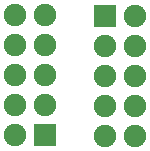
<source format=gbs>
G04 DipTrace 3.0.0.0*
G04 BottomMask.gbs*
%MOIN*%
G04 #@! TF.FileFunction,Soldermask,Bot*
G04 #@! TF.Part,Single*
%ADD18C,0.074961*%
%ADD20R,0.074961X0.074961*%
%FSLAX26Y26*%
G04*
G70*
G90*
G75*
G01*
G04 BotMask*
%LPD*%
D20*
X552283Y450709D3*
D18*
X452283D3*
X552283Y550709D3*
X452283D3*
X552283Y650709D3*
X452283D3*
X552283Y750709D3*
X452283D3*
X552283Y850709D3*
X452283D3*
D20*
X753071Y847165D3*
D18*
X853071D3*
X753071Y747165D3*
X853071D3*
X753071Y647165D3*
X853071D3*
X753071Y547165D3*
X853071D3*
X753071Y447165D3*
X853071D3*
M02*

</source>
